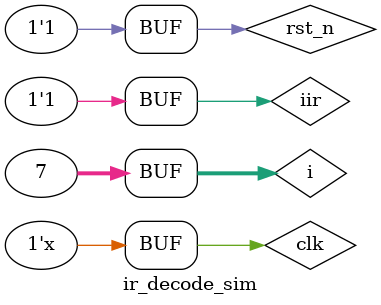
<source format=v>
`timescale 1ns / 1ps

 `define clk_period 20
module ir_decode_sim;

  reg clk;
  reg rst_n;
  reg iir;
  wire get_flag;
  wire [14:0] ir_data;
  wire [14:0] ir_addr;

IR_decode           IR_decode_inst(
   . clk                        (clk),
   . rst_n                     (rst_n),
   . iir                          (iir),
   . get_flag               (get_flag),
   . ir_data                  (ir_data),
   .  ir_addr                 (ir_addr)
   );

    initial clk = 1;
    always # (`clk_period /2) clk = ~clk;
    
    initial 
        begin
            rst_n = 1'b0;
            iir = 1'b0;
            # (`clk_period * 10 + 1)
            rst_n = 1'b1;
            
            iir = 1'b1;
            send_data(1,8'h12);
            #(60000000);
            send_data(3,8'heb);
            #(60000000);
        end

    integer i;
    
    task   send_data;
        input [15:0] addr;
        input [7:0] data;
        begin
        //IIRcommunication protocol
            iir = 1'b0;
            #900000;
            iir = 1;
            #450000;
            //addr
            for(i=0;i<15;i=i+1)
                begin
                    bit_send(i);
                end        
                //data
            for(i=0;i<7;i=i+1)
                begin
                    bit_send(data[i]);
                end 
                //~data
            for(i=0;i<7;i=i+1)
                    begin
                        bit_send(~data[i]);
                    end 
            //stop plus
            iir = 0;
            #560000;
            iir = 1;
                    
        end 
        
    
    endtask


    task bit_send;
        input one_bit;
        begin
            iir = 0;
            #560000;
            iir = 1;
            if(one_bit)
                #1690000;
            else
                #560000;
        end
    endtask


endmodule














</source>
